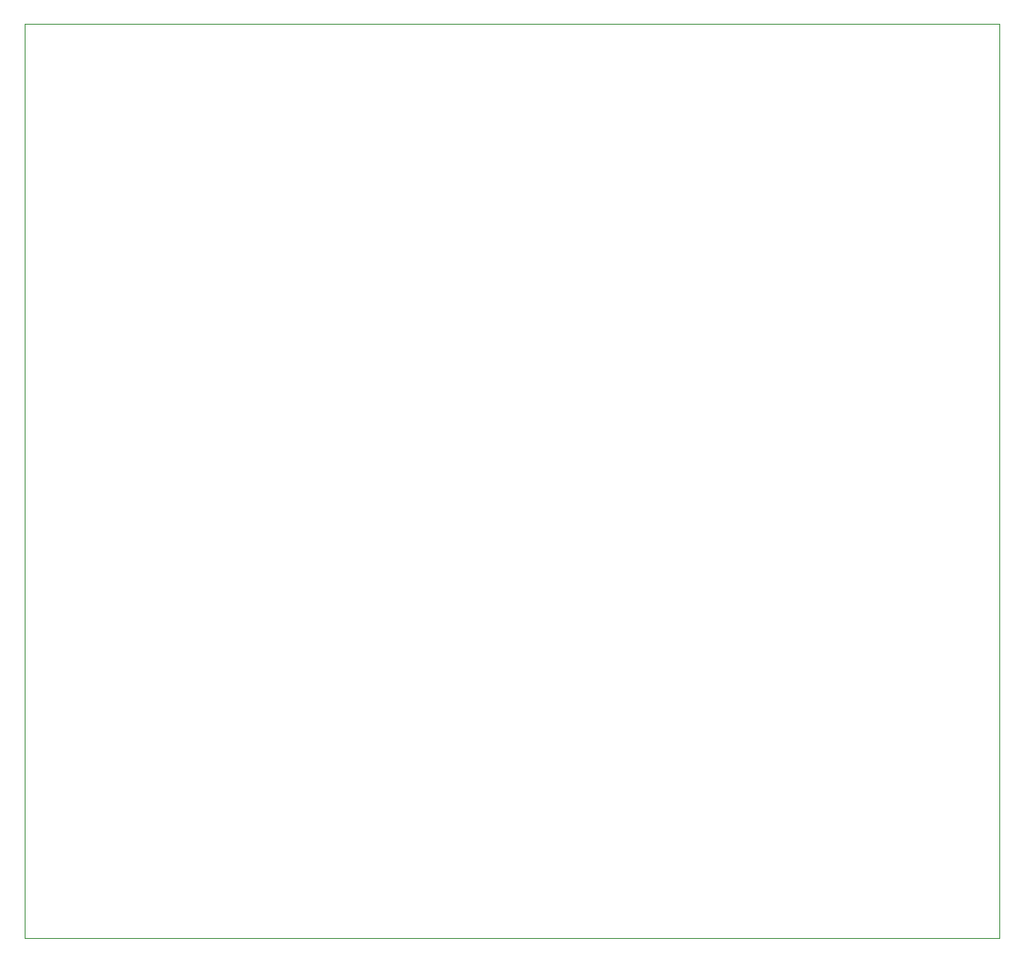
<source format=gbr>
%TF.GenerationSoftware,KiCad,Pcbnew,(6.0.2)*%
%TF.CreationDate,2022-08-16T16:31:06+04:00*%
%TF.ProjectId,ClockPCB,436c6f63-6b50-4434-922e-6b696361645f,rev?*%
%TF.SameCoordinates,Original*%
%TF.FileFunction,Profile,NP*%
%FSLAX46Y46*%
G04 Gerber Fmt 4.6, Leading zero omitted, Abs format (unit mm)*
G04 Created by KiCad (PCBNEW (6.0.2)) date 2022-08-16 16:31:06*
%MOMM*%
%LPD*%
G01*
G04 APERTURE LIST*
%TA.AperFunction,Profile*%
%ADD10C,0.100000*%
%TD*%
G04 APERTURE END LIST*
D10*
X18900000Y-19900000D02*
X115900000Y-19900000D01*
X115900000Y-19900000D02*
X115900000Y-110900000D01*
X115900000Y-110900000D02*
X18900000Y-110900000D01*
X18900000Y-110900000D02*
X18900000Y-19900000D01*
M02*

</source>
